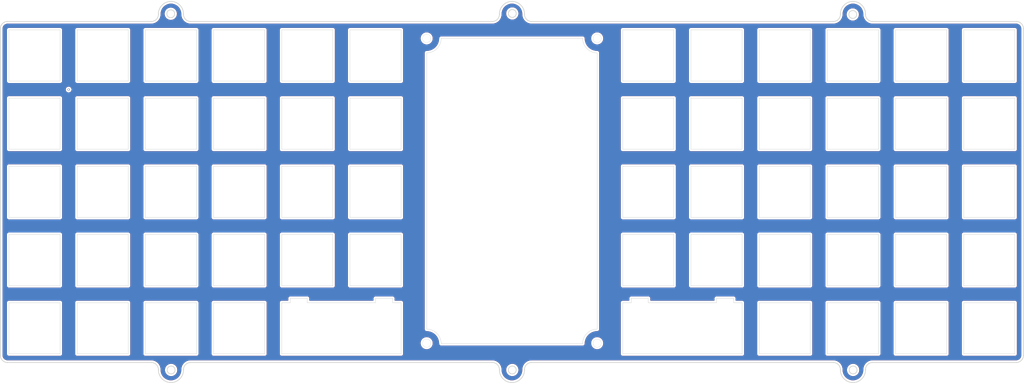
<source format=kicad_pcb>
(kicad_pcb (version 20171130) (host pcbnew "(5.1.10-1-10_14)")
  (layers (0 F.Cu signal) (31 B.Cu signal) (34 B.Paste user hide) (35 F.Paste user hide) (36 B.SilkS user hide) (37 F.SilkS user hide) (38 B.Mask user) (39 F.Mask user) (44 Edge.Cuts user))
  (net 0 "")
  (module lumberjack:MountingHole_M2 (layer F.Cu) (at 108.346887 44.529371)
    (fp_text reference H1 hide)
    (fp_text value M2)
    (pad "" np_thru_hole circle (at 0 0) (size 2.2 2.2) (drill 2.2) (layers *.Cu *.Mask))
  )
  (module lumberjack:MountingHole_M2 (layer F.Cu) (at 155.971927 129.65913)
    (fp_text reference H4 hide)
    (fp_text value M2)
    (pad "" np_thru_hole circle (at 0 0) (size 2.2 2.2) (drill 2.2) (layers *.Cu *.Mask))
  )
  (module lumberjack:MountingHole_M2 (layer F.Cu) (at 108.346887 129.65913)
    (fp_text reference H3 hide)
    (fp_text value M2)
    (pad "" np_thru_hole circle (at 0 0) (size 2.2 2.2) (drill 2.2) (layers *.Cu *.Mask))
  )
  (module lumberjack:MountingHole_M2 (layer F.Cu) (at 155.971927 44.529371)
    (fp_text reference H2 hide)
    (fp_text value M2)
    (pad "" np_thru_hole circle (at 0 0) (size 2.2 2.2) (drill 2.2) (layers *.Cu *.Mask))
  )
  (gr_line (start 232.895401 39.800004) (end 273.042717 39.800004) (layer Edge.Cuts) (width 0.2))
  (gr_arc (start 273.042716 133.050128) (end 273.042717 135.050129) (angle -90) (layer Edge.Cuts) (width 0.2))
  (gr_line (start 31.417717 135.050129) (end -8.733457 135.050128) (layer Edge.Cuts) (width 0.2))
  (gr_line (start -10.733457 133.050129) (end -10.733457 41.800004) (layer Edge.Cuts) (width 0.2))
  (gr_arc (start -8.733457 41.800004) (end -8.733457 39.800004) (angle -90) (layer Edge.Cuts) (width 0.2))
  (gr_circle (center 36.865928 37.642052) (end 37.965927 37.642052) (layer Edge.Cuts) (width 0.2))
  (gr_circle (center 132.265928 137.142052) (end 133.365928 137.142052) (layer Edge.Cuts) (width 0.2))
  (gr_circle (center 227.365928 37.842051) (end 228.465928 37.842051) (layer Edge.Cuts) (width 0.2))
  (gr_circle (center 227.465928 137.142052) (end 228.565928 137.142052) (layer Edge.Cuts) (width 0.2))
  (gr_circle (center 132.269234 37.560863) (end 133.369234 37.560863) (layer Edge.Cuts) (width 0.2))
  (gr_circle (center 36.965928 137.142052) (end 38.065928 137.142052) (layer Edge.Cuts) (width 0.2))
  (gr_arc (start -8.733457 133.050128) (end -10.733457 133.050129) (angle -90) (layer Edge.Cuts) (width 0.2))
  (gr_arc (start 31.417716 137.050129) (end 33.417717 137.050129) (angle -90) (layer Edge.Cuts) (width 0.2))
  (gr_line (start 33.417717 137.150129) (end 33.417717 137.050129) (layer Edge.Cuts) (width 0.2))
  (gr_arc (start 36.917717 137.150129) (end 33.417717 137.150129) (angle -180) (layer Edge.Cuts) (width 0.2))
  (gr_line (start 40.417717 137.050129) (end 40.417717 137.150129) (layer Edge.Cuts) (width 0.2))
  (gr_arc (start 42.417717 137.050129) (end 42.417717 135.050129) (angle -90) (layer Edge.Cuts) (width 0.2))
  (gr_line (start 126.667717 135.050129) (end 42.417717 135.050129) (layer Edge.Cuts) (width 0.2))
  (gr_arc (start 126.667717 137.050128) (end 128.667717 137.050129) (angle -90) (layer Edge.Cuts) (width 0.2))
  (gr_line (start 128.667717 137.150128) (end 128.667717 137.050129) (layer Edge.Cuts) (width 0.2))
  (gr_arc (start 132.167717 137.150128) (end 128.667717 137.150128) (angle -180) (layer Edge.Cuts) (width 0.2))
  (gr_line (start 135.667717 137.050129) (end 135.667717 137.150129) (layer Edge.Cuts) (width 0.2))
  (gr_arc (start 137.667717 137.050129) (end 137.667717 135.050129) (angle -90) (layer Edge.Cuts) (width 0.2))
  (gr_line (start 221.917717 135.050129) (end 137.667717 135.050129) (layer Edge.Cuts) (width 0.2))
  (gr_arc (start 221.917717 137.050128) (end 223.917717 137.050129) (angle -90) (layer Edge.Cuts) (width 0.2))
  (gr_line (start 223.917717 137.150128) (end 223.917717 137.050129) (layer Edge.Cuts) (width 0.2))
  (gr_arc (start 227.417717 137.150128) (end 223.917717 137.150128) (angle -180) (layer Edge.Cuts) (width 0.2))
  (gr_line (start 230.917716 137.050129) (end 230.917717 137.150129) (layer Edge.Cuts) (width 0.2))
  (gr_arc (start 232.917716 137.050128) (end 232.917717 135.050128) (angle -90) (layer Edge.Cuts) (width 0.2))
  (gr_line (start 273.042717 135.050129) (end 232.917717 135.050128) (layer Edge.Cuts) (width 0.2))
  (gr_line (start 275.042717 41.800004) (end 275.042717 133.050129) (layer Edge.Cuts) (width 0.2))
  (gr_arc (start 273.042716 41.800004) (end 275.042717 41.800004) (angle -90) (layer Edge.Cuts) (width 0.2))
  (gr_arc (start 232.917716 37.800128) (end 230.917717 37.800128) (angle -89.36070852) (layer Edge.Cuts) (width 0.2))
  (gr_line (start 230.917717 37.700128) (end 230.917717 37.800128) (layer Edge.Cuts) (width 0.2))
  (gr_arc (start 227.417717 37.700128) (end 230.917717 37.700128) (angle -180) (layer Edge.Cuts) (width 0.2))
  (gr_line (start 223.917717 37.800129) (end 223.917717 37.700129) (layer Edge.Cuts) (width 0.2))
  (gr_arc (start 221.917717 37.800129) (end 221.940032 39.800004) (angle -89.36070852) (layer Edge.Cuts) (width 0.2))
  (gr_line (start 137.645401 39.800004) (end 221.940032 39.800004) (layer Edge.Cuts) (width 0.2))
  (gr_arc (start 137.667716 37.800128) (end 135.667717 37.800128) (angle -89.36070852) (layer Edge.Cuts) (width 0.2))
  (gr_line (start 135.667717 37.700129) (end 135.667717 37.800128) (layer Edge.Cuts) (width 0.2))
  (gr_arc (start 132.167717 37.700129) (end 135.667717 37.700129) (angle -180) (layer Edge.Cuts) (width 0.2))
  (gr_line (start 128.667717 37.800129) (end 128.667717 37.700129) (layer Edge.Cuts) (width 0.2))
  (gr_arc (start 126.667717 37.800128) (end 126.690032 39.800004) (angle -89.36070852) (layer Edge.Cuts) (width 0.2))
  (gr_line (start 42.395401 39.800004) (end 126.690032 39.800004) (layer Edge.Cuts) (width 0.2))
  (gr_arc (start 42.417716 37.800128) (end 40.417717 37.800128) (angle -89.36070852) (layer Edge.Cuts) (width 0.2))
  (gr_line (start 40.417717 37.700129) (end 40.417717 37.800128) (layer Edge.Cuts) (width 0.2))
  (gr_arc (start 36.917717 37.700129) (end 40.417717 37.700129) (angle -180) (layer Edge.Cuts) (width 0.2))
  (gr_line (start 33.417717 37.800129) (end 33.417717 37.700129) (layer Edge.Cuts) (width 0.2))
  (gr_arc (start 31.417716 37.800128) (end 31.440032 39.800004) (angle -89.36070852) (layer Edge.Cuts) (width 0.2))
  (gr_line (start -8.733457 39.800004) (end 31.440032 39.800004) (layer Edge.Cuts) (width 0.2))
  (gr_circle (center 155.971823 44.530039) (end 155.019323 43.934724) (layer Edge.Cuts) (width 0.1))
  (gr_circle (center 108.346823 44.530039) (end 107.394323 43.934724) (layer Edge.Cuts) (width 0.1))
  (gr_circle (center 108.346823 129.660084) (end 107.394323 129.064769) (layer Edge.Cuts) (width 0.1))
  (gr_circle (center 155.971875 129.659607) (end 155.019375 129.064292) (layer Edge.Cuts) (width 0.1))
  (gr_line (start 155.971875 48.5775) (end 155.971927 125.729996) (layer Edge.Cuts) (width 0.1))
  (gr_line (start 108.346927 125.729996) (end 108.346875 48.5775) (layer Edge.Cuts) (width 0.1))
  (gr_arc (start 108.346927 129.778121) (end 112.395052 129.778121) (angle -90) (layer Edge.Cuts) (width 0.1))
  (gr_arc (start 155.971927 129.778121) (end 155.971927 125.729996) (angle -90) (layer Edge.Cuts) (width 0.1))
  (gr_line (start 112.395052 129.778121) (end 151.923802 129.778121) (layer Edge.Cuts) (width 0.1))
  (gr_line (start 151.92375 44.529375) (end 112.395 44.529375) (layer Edge.Cuts) (width 0.1))
  (gr_arc (start 155.971875 44.529375) (end 151.92375 44.529375) (angle -90) (layer Edge.Cuts) (width 0.1))
  (gr_arc (start 108.346875 44.529375) (end 108.346875 48.5775) (angle -90) (layer Edge.Cuts) (width 0.1))
  (gr_line (start 5.953125 42.148125) (end -8.334375 42.148125) (layer Edge.Cuts) (width 0.1))
  (gr_line (start -8.334375 42.148125) (end -8.334375 56.435625) (layer Edge.Cuts) (width 0.1))
  (gr_line (start 44.053125 61.198125) (end 29.765625 61.198125) (layer Edge.Cuts) (width 0.1))
  (gr_line (start 10.715625 75.485625) (end 25.003125 75.485625) (layer Edge.Cuts) (width 0.1))
  (gr_line (start 82.153125 42.148125) (end 82.153125 56.435625) (layer Edge.Cuts) (width 0.1))
  (gr_line (start 82.153125 56.435625) (end 67.865625 56.435625) (layer Edge.Cuts) (width 0.1))
  (gr_line (start -8.334375 113.585625) (end 5.953125 113.585625) (layer Edge.Cuts) (width 0.1))
  (gr_line (start 5.953125 99.298125) (end -8.334375 99.298125) (layer Edge.Cuts) (width 0.1))
  (gr_line (start 48.815625 56.435625) (end 48.815625 42.148125) (layer Edge.Cuts) (width 0.1))
  (gr_line (start 48.815625 42.148125) (end 63.103125 42.148125) (layer Edge.Cuts) (width 0.1))
  (gr_line (start 44.053125 42.148125) (end 29.765625 42.148125) (layer Edge.Cuts) (width 0.1))
  (gr_line (start 29.765625 42.148125) (end 29.765625 56.435625) (layer Edge.Cuts) (width 0.1))
  (gr_line (start 29.765625 56.435625) (end 44.053125 56.435625) (layer Edge.Cuts) (width 0.1))
  (gr_line (start 44.053125 56.435625) (end 44.053125 42.148125) (layer Edge.Cuts) (width 0.1))
  (gr_line (start 25.003125 42.148125) (end 10.715625 42.148125) (layer Edge.Cuts) (width 0.1))
  (gr_line (start 10.715625 42.148125) (end 10.715625 56.435625) (layer Edge.Cuts) (width 0.1))
  (gr_line (start 67.865625 56.435625) (end 67.865625 42.148125) (layer Edge.Cuts) (width 0.1))
  (gr_line (start 67.865625 42.148125) (end 82.153125 42.148125) (layer Edge.Cuts) (width 0.1))
  (gr_line (start -8.334375 56.435625) (end 5.953125 56.435625) (layer Edge.Cuts) (width 0.1))
  (gr_line (start -8.334375 75.485625) (end 5.953125 75.485625) (layer Edge.Cuts) (width 0.1))
  (gr_line (start 10.715625 56.435625) (end 25.003125 56.435625) (layer Edge.Cuts) (width 0.1))
  (gr_line (start 25.003125 56.435625) (end 25.003125 42.148125) (layer Edge.Cuts) (width 0.1))
  (gr_line (start 5.953125 56.435625) (end 5.953125 42.148125) (layer Edge.Cuts) (width 0.1))
  (gr_line (start 101.203125 132.635625) (end 101.203125 118.348125) (layer Edge.Cuts) (width 0.1))
  (gr_line (start 70.246761 118.348233) (end 67.865509 118.348233) (layer Edge.Cuts) (width 0.1))
  (gr_line (start 75.009265 117.157607) (end 75.009265 118.348233) (layer Edge.Cuts) (width 0.1))
  (gr_line (start 98.821785 117.157607) (end 98.821785 118.348233) (layer Edge.Cuts) (width 0.1))
  (gr_line (start 70.246761 118.348233) (end 70.246761 117.157607) (layer Edge.Cuts) (width 0.1))
  (gr_line (start 101.203125 118.348125) (end 98.821785 118.348233) (layer Edge.Cuts) (width 0.1))
  (gr_line (start 94.059281 118.348233) (end 94.059281 117.157607) (layer Edge.Cuts) (width 0.1))
  (gr_line (start 101.203125 61.198125) (end 86.915625 61.198125) (layer Edge.Cuts) (width 0.1))
  (gr_line (start 82.153125 61.198125) (end 82.153125 75.485625) (layer Edge.Cuts) (width 0.1))
  (gr_line (start 86.915625 75.485625) (end 101.203125 75.485625) (layer Edge.Cuts) (width 0.1))
  (gr_line (start 48.815625 61.198125) (end 63.103125 61.198125) (layer Edge.Cuts) (width 0.1))
  (gr_line (start 86.915625 80.248125) (end 86.915625 94.535625) (layer Edge.Cuts) (width 0.1))
  (gr_line (start 29.765625 61.198125) (end 29.765625 75.485625) (layer Edge.Cuts) (width 0.1))
  (gr_line (start 101.203125 75.485625) (end 101.203125 61.198125) (layer Edge.Cuts) (width 0.1))
  (gr_line (start -8.334375 61.198125) (end -8.334375 75.485625) (layer Edge.Cuts) (width 0.1))
  (gr_line (start -8.334375 94.535713) (end 5.953125 94.535713) (layer Edge.Cuts) (width 0.1))
  (gr_line (start 29.765625 94.535625) (end 44.053125 94.535625) (layer Edge.Cuts) (width 0.1))
  (gr_line (start 25.003125 94.535625) (end 25.003125 80.248125) (layer Edge.Cuts) (width 0.1))
  (gr_line (start 101.203125 42.148125) (end 86.915625 42.148125) (layer Edge.Cuts) (width 0.1))
  (gr_line (start 10.715625 80.248125) (end 10.715625 94.535625) (layer Edge.Cuts) (width 0.1))
  (gr_line (start 5.953125 94.535625) (end 5.953125 80.248125) (layer Edge.Cuts) (width 0.1))
  (gr_line (start 5.953125 75.485625) (end 5.953125 61.198125) (layer Edge.Cuts) (width 0.1))
  (gr_line (start 67.865625 99.298125) (end 82.153125 99.298125) (layer Edge.Cuts) (width 0.1))
  (gr_line (start 29.765625 132.635625) (end 44.053125 132.635625) (layer Edge.Cuts) (width 0.1))
  (gr_line (start 10.715625 113.585625) (end 25.003125 113.585625) (layer Edge.Cuts) (width 0.1))
  (gr_line (start 82.153125 99.298125) (end 82.153125 113.585625) (layer Edge.Cuts) (width 0.1))
  (gr_line (start 101.203125 113.585625) (end 101.203125 99.298125) (layer Edge.Cuts) (width 0.1))
  (gr_line (start 63.103125 99.298125) (end 63.103125 113.585625) (layer Edge.Cuts) (width 0.1))
  (gr_line (start 29.765625 80.248125) (end 29.765625 94.535625) (layer Edge.Cuts) (width 0.1))
  (gr_line (start 29.765625 99.298125) (end 29.765625 113.585625) (layer Edge.Cuts) (width 0.1))
  (gr_line (start 82.153125 94.535625) (end 67.865625 94.535625) (layer Edge.Cuts) (width 0.1))
  (gr_line (start 86.915625 99.298125) (end 86.915625 113.585625) (layer Edge.Cuts) (width 0.1))
  (gr_line (start 101.203125 94.535625) (end 101.203125 80.248125) (layer Edge.Cuts) (width 0.1))
  (gr_line (start 29.765625 113.585625) (end 44.053125 113.585625) (layer Edge.Cuts) (width 0.1))
  (gr_line (start 94.059281 118.348233) (end 75.009265 118.348233) (layer Edge.Cuts) (width 0.1))
  (gr_line (start 63.103125 113.585625) (end 48.815625 113.585625) (layer Edge.Cuts) (width 0.1))
  (gr_line (start 10.715625 118.348125) (end 10.715625 132.635625) (layer Edge.Cuts) (width 0.1))
  (gr_line (start 44.053125 113.585625) (end 44.053125 99.298125) (layer Edge.Cuts) (width 0.1))
  (gr_line (start 44.053125 132.635625) (end 44.053125 118.348125) (layer Edge.Cuts) (width 0.1))
  (gr_line (start 25.003125 113.585625) (end 25.003125 99.298125) (layer Edge.Cuts) (width 0.1))
  (gr_line (start 48.815625 132.635625) (end 48.815625 118.348125) (layer Edge.Cuts) (width 0.1))
  (gr_line (start 67.865625 113.585625) (end 67.865625 99.298125) (layer Edge.Cuts) (width 0.1))
  (gr_line (start 63.103125 132.635625) (end 48.815625 132.635625) (layer Edge.Cuts) (width 0.1))
  (gr_line (start 82.153125 113.585625) (end 67.865625 113.585625) (layer Edge.Cuts) (width 0.1))
  (gr_line (start 10.715625 132.635625) (end 25.003125 132.635625) (layer Edge.Cuts) (width 0.1))
  (gr_line (start 48.815625 99.298125) (end 63.103125 99.298125) (layer Edge.Cuts) (width 0.1))
  (gr_line (start 25.003125 132.635625) (end 25.003125 118.348125) (layer Edge.Cuts) (width 0.1))
  (gr_line (start 48.815625 113.585625) (end 48.815625 99.298125) (layer Edge.Cuts) (width 0.1))
  (gr_line (start 48.815625 94.535625) (end 48.815625 80.248125) (layer Edge.Cuts) (width 0.1))
  (gr_line (start 63.103125 80.248125) (end 63.103125 94.535625) (layer Edge.Cuts) (width 0.1))
  (gr_line (start 48.815625 80.248125) (end 63.103125 80.248125) (layer Edge.Cuts) (width 0.1))
  (gr_line (start 25.003125 99.298125) (end 10.715625 99.298125) (layer Edge.Cuts) (width 0.1))
  (gr_line (start 63.103125 56.435625) (end 48.815625 56.435625) (layer Edge.Cuts) (width 0.1))
  (gr_line (start 101.203125 99.298125) (end 86.915625 99.298125) (layer Edge.Cuts) (width 0.1))
  (gr_line (start 44.053125 99.298125) (end 29.765625 99.298125) (layer Edge.Cuts) (width 0.1))
  (gr_line (start 82.153125 80.248125) (end 82.153125 94.535625) (layer Edge.Cuts) (width 0.1))
  (gr_line (start 25.003125 80.248125) (end 10.715625 80.248125) (layer Edge.Cuts) (width 0.1))
  (gr_line (start 63.103125 42.148125) (end 63.103125 56.435625) (layer Edge.Cuts) (width 0.1))
  (gr_line (start 67.865625 132.635625) (end 67.865625 118.348125) (layer Edge.Cuts) (width 0.1))
  (gr_line (start 86.915625 42.148125) (end 86.915625 56.435625) (layer Edge.Cuts) (width 0.1))
  (gr_line (start 86.915625 56.435625) (end 101.203125 56.435625) (layer Edge.Cuts) (width 0.1))
  (gr_line (start 67.865625 132.635625) (end 101.203125 132.635625) (layer Edge.Cuts) (width 0.1))
  (gr_line (start 86.915625 61.198125) (end 86.915625 75.485625) (layer Edge.Cuts) (width 0.1))
  (gr_line (start 67.865625 61.198125) (end 82.153125 61.198125) (layer Edge.Cuts) (width 0.1))
  (gr_line (start 63.103125 75.485625) (end 48.815625 75.485625) (layer Edge.Cuts) (width 0.1))
  (gr_line (start 5.953125 132.635625) (end 5.953125 118.348125) (layer Edge.Cuts) (width 0.1))
  (gr_line (start 63.103125 118.348125) (end 63.103125 132.635625) (layer Edge.Cuts) (width 0.1))
  (gr_line (start 94.059281 117.157607) (end 98.821785 117.157607) (layer Edge.Cuts) (width 0.1))
  (gr_line (start 86.915625 113.585625) (end 101.203125 113.585625) (layer Edge.Cuts) (width 0.1))
  (gr_line (start 10.715625 99.298125) (end 10.715625 113.585625) (layer Edge.Cuts) (width 0.1))
  (gr_line (start 29.765625 118.348125) (end 29.765625 132.635625) (layer Edge.Cuts) (width 0.1))
  (gr_line (start 25.003125 118.348125) (end 10.715625 118.348125) (layer Edge.Cuts) (width 0.1))
  (gr_line (start 44.053125 118.348125) (end 29.765625 118.348125) (layer Edge.Cuts) (width 0.1))
  (gr_line (start 70.246761 117.157607) (end 75.009265 117.157607) (layer Edge.Cuts) (width 0.1))
  (gr_line (start -8.334375 118.348125) (end -8.334375 132.635625) (layer Edge.Cuts) (width 0.1))
  (gr_line (start 5.953125 118.348125) (end -8.334375 118.348125) (layer Edge.Cuts) (width 0.1))
  (gr_line (start -8.334375 132.635625) (end 5.953125 132.635625) (layer Edge.Cuts) (width 0.1))
  (gr_line (start 5.953125 61.198125) (end -8.334375 61.198125) (layer Edge.Cuts) (width 0.1))
  (gr_line (start -8.334375 80.248125) (end -8.334375 94.535625) (layer Edge.Cuts) (width 0.1))
  (gr_line (start 5.953125 80.248125) (end -8.334375 80.248125) (layer Edge.Cuts) (width 0.1))
  (gr_line (start 101.203125 56.435625) (end 101.203125 42.148125) (layer Edge.Cuts) (width 0.1))
  (gr_line (start 63.103125 61.198125) (end 63.103125 75.485625) (layer Edge.Cuts) (width 0.1))
  (gr_line (start 67.865625 80.248125) (end 82.153125 80.248125) (layer Edge.Cuts) (width 0.1))
  (gr_line (start 44.053125 80.248125) (end 29.765625 80.248125) (layer Edge.Cuts) (width 0.1))
  (gr_line (start 48.815625 75.485625) (end 48.815625 61.198125) (layer Edge.Cuts) (width 0.1))
  (gr_line (start 67.865625 94.535625) (end 67.865625 80.248125) (layer Edge.Cuts) (width 0.1))
  (gr_line (start 101.203125 80.248125) (end 86.915625 80.248125) (layer Edge.Cuts) (width 0.1))
  (gr_line (start 44.053125 94.535625) (end 44.053125 80.248125) (layer Edge.Cuts) (width 0.1))
  (gr_line (start 86.915625 94.535625) (end 101.203125 94.535625) (layer Edge.Cuts) (width 0.1))
  (gr_line (start 63.103125 94.535625) (end 48.815625 94.535625) (layer Edge.Cuts) (width 0.1))
  (gr_line (start 67.865625 75.485625) (end 67.865625 61.198125) (layer Edge.Cuts) (width 0.1))
  (gr_line (start 25.003125 61.198125) (end 10.715625 61.198125) (layer Edge.Cuts) (width 0.1))
  (gr_line (start 10.715625 61.198125) (end 10.715625 75.485625) (layer Edge.Cuts) (width 0.1))
  (gr_line (start 5.953125 113.585625) (end 5.953125 99.298125) (layer Edge.Cuts) (width 0.1))
  (gr_line (start -8.334375 99.298125) (end -8.334375 113.585625) (layer Edge.Cuts) (width 0.1))
  (gr_line (start 10.715625 94.535625) (end 25.003125 94.535625) (layer Edge.Cuts) (width 0.1))
  (gr_line (start 44.053125 75.485625) (end 44.053125 61.198125) (layer Edge.Cuts) (width 0.1))
  (gr_line (start 29.765625 75.485625) (end 44.053125 75.485625) (layer Edge.Cuts) (width 0.1))
  (gr_line (start 25.003125 75.485625) (end 25.003125 61.198125) (layer Edge.Cuts) (width 0.1))
  (gr_line (start 82.153125 75.485625) (end 67.865625 75.485625) (layer Edge.Cuts) (width 0.1))
  (gr_line (start 48.815625 118.348125) (end 63.103125 118.348125) (layer Edge.Cuts) (width 0.1))
  (gr_line (start 163.115625 132.635625) (end 163.115625 118.348125) (layer Edge.Cuts) (width 0.1))
  (gr_line (start 196.453125 132.635625) (end 196.453125 118.348125) (layer Edge.Cuts) (width 0.1))
  (gr_line (start 194.071989 118.348233) (end 194.071989 117.157607) (layer Edge.Cuts) (width 0.1))
  (gr_line (start 165.496965 117.157607) (end 165.496965 118.348233) (layer Edge.Cuts) (width 0.1))
  (gr_line (start 189.309485 117.157607) (end 189.309485 118.348233) (layer Edge.Cuts) (width 0.1))
  (gr_line (start 194.071989 118.348233) (end 196.453241 118.348233) (layer Edge.Cuts) (width 0.1))
  (gr_line (start 170.259469 117.157607) (end 165.496965 117.157607) (layer Edge.Cuts) (width 0.1))
  (gr_line (start 163.115625 118.348125) (end 165.496965 118.348233) (layer Edge.Cuts) (width 0.1))
  (gr_line (start 196.453125 132.635625) (end 163.115625 132.635625) (layer Edge.Cuts) (width 0.1))
  (gr_line (start 201.215625 118.348125) (end 201.215625 132.635625) (layer Edge.Cuts) (width 0.1))
  (gr_line (start 234.553125 132.635625) (end 220.265625 132.635625) (layer Edge.Cuts) (width 0.1))
  (gr_line (start 170.259469 118.348233) (end 170.259469 117.157607) (layer Edge.Cuts) (width 0.1))
  (gr_line (start 194.071989 117.157607) (end 189.309485 117.157607) (layer Edge.Cuts) (width 0.1))
  (gr_line (start 239.315625 118.348125) (end 253.603125 118.348125) (layer Edge.Cuts) (width 0.1))
  (gr_line (start 234.553125 118.348125) (end 234.553125 132.635625) (layer Edge.Cuts) (width 0.1))
  (gr_line (start 215.503125 118.348125) (end 201.215625 118.348125) (layer Edge.Cuts) (width 0.1))
  (gr_line (start 220.265625 118.348125) (end 234.553125 118.348125) (layer Edge.Cuts) (width 0.1))
  (gr_line (start 258.365625 132.635625) (end 258.365625 118.348125) (layer Edge.Cuts) (width 0.1))
  (gr_line (start 239.315625 132.635625) (end 239.315625 118.348125) (layer Edge.Cuts) (width 0.1))
  (gr_line (start 253.603125 132.635625) (end 239.315625 132.635625) (layer Edge.Cuts) (width 0.1))
  (gr_line (start 201.215625 132.635625) (end 215.503125 132.635625) (layer Edge.Cuts) (width 0.1))
  (gr_line (start 215.503125 132.635625) (end 215.503125 118.348125) (layer Edge.Cuts) (width 0.1))
  (gr_line (start 220.265625 132.635625) (end 220.265625 118.348125) (layer Edge.Cuts) (width 0.1))
  (gr_line (start 253.603125 118.348125) (end 253.603125 132.635625) (layer Edge.Cuts) (width 0.1))
  (gr_line (start 170.259469 118.348233) (end 189.309485 118.348233) (layer Edge.Cuts) (width 0.1))
  (gr_line (start 163.115625 94.535625) (end 163.115625 80.248125) (layer Edge.Cuts) (width 0.1))
  (gr_line (start 182.165625 94.535625) (end 196.453125 94.535625) (layer Edge.Cuts) (width 0.1))
  (gr_line (start 234.553125 80.248125) (end 234.553125 94.535625) (layer Edge.Cuts) (width 0.1))
  (gr_line (start 163.115625 113.585625) (end 163.115625 99.298125) (layer Edge.Cuts) (width 0.1))
  (gr_line (start 253.603125 99.298125) (end 253.603125 113.585625) (layer Edge.Cuts) (width 0.1))
  (gr_line (start 177.403125 113.585625) (end 163.115625 113.585625) (layer Edge.Cuts) (width 0.1))
  (gr_line (start 163.115625 99.298125) (end 177.403125 99.298125) (layer Edge.Cuts) (width 0.1))
  (gr_line (start 215.503125 113.585625) (end 215.503125 99.298125) (layer Edge.Cuts) (width 0.1))
  (gr_line (start 215.503125 99.298125) (end 201.215625 99.298125) (layer Edge.Cuts) (width 0.1))
  (gr_line (start 182.165625 113.585625) (end 196.453125 113.585625) (layer Edge.Cuts) (width 0.1))
  (gr_line (start 196.453125 113.585625) (end 196.453125 99.298125) (layer Edge.Cuts) (width 0.1))
  (gr_line (start 239.315625 113.585625) (end 239.315625 99.298125) (layer Edge.Cuts) (width 0.1))
  (gr_line (start 220.265625 113.585625) (end 220.265625 99.298125) (layer Edge.Cuts) (width 0.1))
  (gr_line (start 201.215625 113.585625) (end 215.503125 113.585625) (layer Edge.Cuts) (width 0.1))
  (gr_line (start 234.553125 113.585625) (end 220.265625 113.585625) (layer Edge.Cuts) (width 0.1))
  (gr_line (start 177.403125 99.298125) (end 177.403125 113.585625) (layer Edge.Cuts) (width 0.1))
  (gr_line (start 234.553125 99.298125) (end 234.553125 113.585625) (layer Edge.Cuts) (width 0.1))
  (gr_line (start 201.215625 99.298125) (end 201.215625 113.585625) (layer Edge.Cuts) (width 0.1))
  (gr_line (start 182.165625 99.298125) (end 182.165625 113.585625) (layer Edge.Cuts) (width 0.1))
  (gr_line (start 220.265625 99.298125) (end 234.553125 99.298125) (layer Edge.Cuts) (width 0.1))
  (gr_line (start 239.315625 99.298125) (end 253.603125 99.298125) (layer Edge.Cuts) (width 0.1))
  (gr_line (start 253.603125 113.585625) (end 239.315625 113.585625) (layer Edge.Cuts) (width 0.1))
  (gr_line (start 196.453125 99.298125) (end 182.165625 99.298125) (layer Edge.Cuts) (width 0.1))
  (gr_line (start 258.365625 113.585625) (end 258.365625 99.298125) (layer Edge.Cuts) (width 0.1))
  (gr_line (start 177.403125 94.535625) (end 163.115625 94.535625) (layer Edge.Cuts) (width 0.1))
  (gr_line (start 220.265625 94.535625) (end 220.265625 80.248125) (layer Edge.Cuts) (width 0.1))
  (gr_line (start 163.115625 80.248125) (end 177.403125 80.248125) (layer Edge.Cuts) (width 0.1))
  (gr_line (start 239.315625 80.248125) (end 253.603125 80.248125) (layer Edge.Cuts) (width 0.1))
  (gr_line (start 182.165625 80.248125) (end 182.165625 94.535625) (layer Edge.Cuts) (width 0.1))
  (gr_line (start 215.503125 80.248125) (end 201.215625 80.248125) (layer Edge.Cuts) (width 0.1))
  (gr_line (start 201.215625 80.248125) (end 201.215625 94.535625) (layer Edge.Cuts) (width 0.1))
  (gr_line (start 215.503125 94.535625) (end 215.503125 80.248125) (layer Edge.Cuts) (width 0.1))
  (gr_line (start 196.453125 94.535625) (end 196.453125 80.248125) (layer Edge.Cuts) (width 0.1))
  (gr_line (start 201.215625 94.535625) (end 215.503125 94.535625) (layer Edge.Cuts) (width 0.1))
  (gr_line (start 258.365625 94.535625) (end 258.365625 80.248125) (layer Edge.Cuts) (width 0.1))
  (gr_line (start 253.603125 80.248125) (end 253.603125 94.535625) (layer Edge.Cuts) (width 0.1))
  (gr_line (start 177.403125 75.485625) (end 163.115625 75.485625) (layer Edge.Cuts) (width 0.1))
  (gr_line (start 163.115625 61.198125) (end 177.403125 61.198125) (layer Edge.Cuts) (width 0.1))
  (gr_line (start 220.265625 75.485625) (end 220.265625 61.198125) (layer Edge.Cuts) (width 0.1))
  (gr_line (start 253.603125 61.198125) (end 253.603125 75.485625) (layer Edge.Cuts) (width 0.1))
  (gr_line (start 258.365625 75.485625) (end 258.365625 61.198125) (layer Edge.Cuts) (width 0.1))
  (gr_line (start 182.165625 61.198125) (end 182.165625 75.485625) (layer Edge.Cuts) (width 0.1))
  (gr_line (start 258.365625 56.435625) (end 258.365625 42.148125) (layer Edge.Cuts) (width 0.1))
  (gr_line (start 239.315625 56.435625) (end 239.315625 42.148125) (layer Edge.Cuts) (width 0.1))
  (gr_line (start 253.603125 56.435625) (end 239.315625 56.435625) (layer Edge.Cuts) (width 0.1))
  (gr_line (start 253.603125 42.148125) (end 253.603125 56.435625) (layer Edge.Cuts) (width 0.1))
  (gr_line (start 239.315625 42.148125) (end 253.603125 42.148125) (layer Edge.Cuts) (width 0.1))
  (gr_line (start 220.265625 56.435625) (end 220.265625 42.148125) (layer Edge.Cuts) (width 0.1))
  (gr_line (start 234.553125 56.435625) (end 220.265625 56.435625) (layer Edge.Cuts) (width 0.1))
  (gr_line (start 234.553125 42.148125) (end 234.553125 56.435625) (layer Edge.Cuts) (width 0.1))
  (gr_line (start 220.265625 42.148125) (end 234.553125 42.148125) (layer Edge.Cuts) (width 0.1))
  (gr_line (start 215.503125 42.148125) (end 201.215625 42.148125) (layer Edge.Cuts) (width 0.1))
  (gr_line (start 215.503125 56.435625) (end 215.503125 42.148125) (layer Edge.Cuts) (width 0.1))
  (gr_line (start 201.215625 56.435625) (end 215.503125 56.435625) (layer Edge.Cuts) (width 0.1))
  (gr_line (start 201.215625 42.148125) (end 201.215625 56.435625) (layer Edge.Cuts) (width 0.1))
  (gr_line (start 196.453125 42.148125) (end 182.165625 42.148125) (layer Edge.Cuts) (width 0.1))
  (gr_line (start 196.453125 56.435625) (end 196.453125 42.148125) (layer Edge.Cuts) (width 0.1))
  (gr_line (start 182.165625 56.435625) (end 196.453125 56.435625) (layer Edge.Cuts) (width 0.1))
  (gr_line (start 182.165625 42.148125) (end 182.165625 56.435625) (layer Edge.Cuts) (width 0.1))
  (gr_line (start 163.115625 56.435625) (end 163.115625 42.148125) (layer Edge.Cuts) (width 0.1))
  (gr_line (start 177.403125 56.435625) (end 163.115625 56.435625) (layer Edge.Cuts) (width 0.1))
  (gr_line (start 177.403125 42.148125) (end 177.403125 56.435625) (layer Edge.Cuts) (width 0.1))
  (gr_line (start 163.115625 42.148125) (end 177.403125 42.148125) (layer Edge.Cuts) (width 0.1))
  (gr_line (start 239.315625 94.535625) (end 239.315625 80.248125) (layer Edge.Cuts) (width 0.1))
  (gr_line (start 234.553125 94.535625) (end 220.265625 94.535625) (layer Edge.Cuts) (width 0.1))
  (gr_line (start 253.603125 94.535625) (end 239.315625 94.535625) (layer Edge.Cuts) (width 0.1))
  (gr_line (start 220.265625 80.248125) (end 234.553125 80.248125) (layer Edge.Cuts) (width 0.1))
  (gr_line (start 196.453125 80.248125) (end 182.165625 80.248125) (layer Edge.Cuts) (width 0.1))
  (gr_line (start 177.403125 80.248125) (end 177.403125 94.535625) (layer Edge.Cuts) (width 0.1))
  (gr_line (start 182.165625 75.485625) (end 196.453125 75.485625) (layer Edge.Cuts) (width 0.1))
  (gr_line (start 215.503125 75.485625) (end 215.503125 61.198125) (layer Edge.Cuts) (width 0.1))
  (gr_line (start 201.215625 61.198125) (end 201.215625 75.485625) (layer Edge.Cuts) (width 0.1))
  (gr_line (start 201.215625 75.485625) (end 215.503125 75.485625) (layer Edge.Cuts) (width 0.1))
  (gr_line (start 163.115625 75.485625) (end 163.115625 61.198125) (layer Edge.Cuts) (width 0.1))
  (gr_line (start 234.553125 61.198125) (end 234.553125 75.485625) (layer Edge.Cuts) (width 0.1))
  (gr_line (start 215.503125 61.198125) (end 201.215625 61.198125) (layer Edge.Cuts) (width 0.1))
  (gr_line (start 239.315625 61.198125) (end 253.603125 61.198125) (layer Edge.Cuts) (width 0.1))
  (gr_line (start 196.453125 75.485625) (end 196.453125 61.198125) (layer Edge.Cuts) (width 0.1))
  (gr_line (start 196.453125 61.198125) (end 182.165625 61.198125) (layer Edge.Cuts) (width 0.1))
  (gr_line (start 177.403125 61.198125) (end 177.403125 75.485625) (layer Edge.Cuts) (width 0.1))
  (gr_line (start 253.603125 75.485625) (end 239.315625 75.485625) (layer Edge.Cuts) (width 0.1))
  (gr_line (start 220.265625 61.198125) (end 234.553125 61.198125) (layer Edge.Cuts) (width 0.1))
  (gr_line (start 239.315625 75.485625) (end 239.315625 61.198125) (layer Edge.Cuts) (width 0.1))
  (gr_line (start 234.553125 75.485625) (end 220.265625 75.485625) (layer Edge.Cuts) (width 0.1))
  (gr_line (start 258.365625 80.248125) (end 272.653125 80.248125) (layer Edge.Cuts) (width 0.1))
  (gr_line (start 272.653125 80.248125) (end 272.653125 94.535625) (layer Edge.Cuts) (width 0.1))
  (gr_line (start 272.653125 94.535713) (end 258.365625 94.535713) (layer Edge.Cuts) (width 0.1))
  (gr_line (start 272.653125 61.198125) (end 272.653125 75.485625) (layer Edge.Cuts) (width 0.1))
  (gr_line (start 272.653125 75.485625) (end 258.365625 75.485625) (layer Edge.Cuts) (width 0.1))
  (gr_line (start 272.653125 56.435625) (end 258.365625 56.435625) (layer Edge.Cuts) (width 0.1))
  (gr_line (start 272.653125 42.148125) (end 272.653125 56.435625) (layer Edge.Cuts) (width 0.1))
  (gr_line (start 258.365625 42.148125) (end 272.653125 42.148125) (layer Edge.Cuts) (width 0.1))
  (gr_line (start 258.365625 61.198125) (end 272.653125 61.198125) (layer Edge.Cuts) (width 0.1))
  (gr_line (start 272.653125 132.635625) (end 258.365625 132.635625) (layer Edge.Cuts) (width 0.1))
  (gr_line (start 258.365625 118.348125) (end 272.653125 118.348125) (layer Edge.Cuts) (width 0.1))
  (gr_line (start 272.653125 118.348125) (end 272.653125 132.635625) (layer Edge.Cuts) (width 0.1))
  (gr_line (start 258.365625 99.298125) (end 272.653125 99.298125) (layer Edge.Cuts) (width 0.1))
  (gr_line (start 272.653125 113.585625) (end 258.365625 113.585625) (layer Edge.Cuts) (width 0.1))
  (gr_line (start 272.653125 99.298125) (end 272.653125 113.585625) (layer Edge.Cuts) (width 0.1))
  (via (at 8.334375 58.816875) (size 0.6) (drill 0.4) (layers F.Cu B.Cu) (net 0))
  (zone (net 0) (net_name "") (layer F.Cu) (connect_pads (clearance 0.508)) (min_thickness 0.254) (fill yes (arc_segments 32) (thermal_gap 0.508) (thermal_bridge_width 0.508))
    (polygon (pts (xy 275 39.6) (xy 275.2 135) (xy 227.4 140.8) (xy 37 140.8) (xy -10.8 135) (xy -10.8 39.8) (xy 37 34) (xy 227.4 33.8)))
  )
  (zone (net 0) (net_name "") (layer B.Cu) (connect_pads (clearance 0.508)) (min_thickness 0.254) (fill yes (arc_segments 32) (thermal_gap 0.508) (thermal_bridge_width 0.508))
    (polygon (pts (xy 275 39.6) (xy 275.2 135) (xy 227.4 140.8) (xy 37 140.8) (xy -10.8 135) (xy -10.8 39.8) (xy 37 34) (xy 227.4 33.8)))
  )
)
</source>
